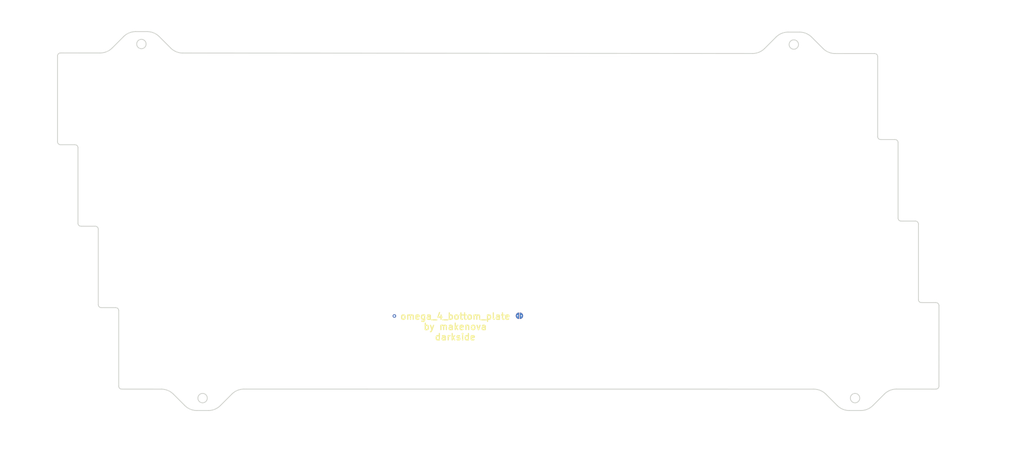
<source format=kicad_pcb>
(kicad_pcb (version 20171130) (host pcbnew "(5.1.4-0-10_14)")

  (general
    (thickness 1.6)
    (drawings 69)
    (tracks 1)
    (zones 0)
    (modules 1)
    (nets 4)
  )

  (page A4)
  (layers
    (0 F.Cu signal)
    (31 B.Cu signal)
    (32 B.Adhes user)
    (33 F.Adhes user)
    (34 B.Paste user)
    (35 F.Paste user)
    (36 B.SilkS user)
    (37 F.SilkS user)
    (38 B.Mask user)
    (39 F.Mask user)
    (40 Dwgs.User user)
    (41 Cmts.User user)
    (42 Eco1.User user)
    (43 Eco2.User user)
    (44 Edge.Cuts user)
    (45 Margin user)
    (46 B.CrtYd user)
    (47 F.CrtYd user)
    (48 B.Fab user)
    (49 F.Fab user)
  )

  (setup
    (last_trace_width 0.25)
    (trace_clearance 0.2)
    (zone_clearance 0.508)
    (zone_45_only no)
    (trace_min 0.2)
    (via_size 0.8)
    (via_drill 0.4)
    (via_min_size 0.4)
    (via_min_drill 0.3)
    (uvia_size 0.3)
    (uvia_drill 0.1)
    (uvias_allowed no)
    (uvia_min_size 0.2)
    (uvia_min_drill 0.1)
    (edge_width 0.1)
    (segment_width 0.2)
    (pcb_text_width 0.3)
    (pcb_text_size 1.5 1.5)
    (mod_edge_width 0.15)
    (mod_text_size 1 1)
    (mod_text_width 0.15)
    (pad_size 1.524 1.524)
    (pad_drill 0.762)
    (pad_to_mask_clearance 0)
    (aux_axis_origin 0 0)
    (visible_elements FFFFFF7F)
    (pcbplotparams
      (layerselection 0x010fc_ffffffff)
      (usegerberextensions false)
      (usegerberattributes false)
      (usegerberadvancedattributes false)
      (creategerberjobfile false)
      (excludeedgelayer true)
      (linewidth 0.100000)
      (plotframeref false)
      (viasonmask false)
      (mode 1)
      (useauxorigin false)
      (hpglpennumber 1)
      (hpglpenspeed 20)
      (hpglpendiameter 15.000000)
      (psnegative false)
      (psa4output false)
      (plotreference true)
      (plotvalue true)
      (plotinvisibletext false)
      (padsonsilk false)
      (subtractmaskfromsilk false)
      (outputformat 1)
      (mirror false)
      (drillshape 0)
      (scaleselection 1)
      (outputdirectory "gerber/omega4_skeleton_bottom_plate/"))
  )

  (net 0 "")
  (net 1 GND)
  (net 2 "Net-(JP1-Pad2)")
  (net 3 "Net-(JP1-Pad1)")

  (net_class Default "This is the default net class."
    (clearance 0.2)
    (trace_width 0.25)
    (via_dia 0.8)
    (via_drill 0.4)
    (uvia_dia 0.3)
    (uvia_drill 0.1)
    (add_net "Net-(JP1-Pad1)")
    (add_net "Net-(JP1-Pad2)")
  )

  (module Keebio-Parts:solder_jumper (layer F.Cu) (tedit 5699098E) (tstamp 5F3B0980)
    (at 154.725 112.875)
    (path /5F3AB51E)
    (solder_mask_margin 0.001)
    (solder_paste_margin -0.02)
    (clearance 0.001)
    (fp_text reference JP1 (at -0.508 1.016) (layer Cmts.User) hide
      (effects (font (size 0.3 0.3) (thickness 0.03)))
    )
    (fp_text value Jumper_NO_Small (at 0 -1.524) (layer F.SilkS) hide
      (effects (font (size 0.4 0.4) (thickness 0.04)))
    )
    (fp_poly (pts (xy 0.1 0.75) (xy 0.3565 0.7048) (xy 0.5821 0.5745) (xy 0.7495 0.375)
      (xy 0.8386 0.1302) (xy 0.8386 -0.1302) (xy 0.7495 -0.375) (xy 0.5821 -0.5745)
      (xy 0.3565 -0.7048) (xy 0.1 -0.75) (xy 0.1 0.75)) (layer B.Cu) (width 0.01))
    (fp_poly (pts (xy -0.1 -0.75) (xy -0.3565 -0.7048) (xy -0.5821 -0.5745) (xy -0.7495 -0.375)
      (xy -0.8386 -0.1302) (xy -0.8386 0.1302) (xy -0.7495 0.375) (xy -0.5821 0.5745)
      (xy -0.3565 0.7048) (xy -0.1 0.75) (xy -0.1 -0.75)) (layer B.Cu) (width 0.01))
    (fp_poly (pts (xy 0.1 0.75) (xy 0.3565 0.7048) (xy 0.5821 0.5745) (xy 0.7495 0.375)
      (xy 0.8386 0.1302) (xy 0.8386 -0.1302) (xy 0.7495 -0.375) (xy 0.5821 -0.5745)
      (xy 0.3565 -0.7048) (xy 0.1 -0.75) (xy 0.1 0.75)) (layer F.Cu) (width 0.01))
    (fp_poly (pts (xy -0.1 -0.75) (xy -0.3565 -0.7048) (xy -0.5821 -0.5745) (xy -0.7495 -0.375)
      (xy -0.8386 -0.1302) (xy -0.8386 0.1302) (xy -0.7495 0.375) (xy -0.5821 0.5745)
      (xy -0.3565 0.7048) (xy -0.1 0.75) (xy -0.1 -0.75)) (layer F.Cu) (width 0.01))
    (pad 2 thru_hole circle (at 0.45 0) (size 0.4 0.4) (drill 0.3) (layers *.Cu *.Mask)
      (net 2 "Net-(JP1-Pad2)"))
    (pad 1 thru_hole circle (at -0.45 0) (size 0.4 0.4) (drill 0.3) (layers *.Cu *.Mask)
      (net 3 "Net-(JP1-Pad1)"))
  )

  (gr_line (start 46.770313 72.197558) (end 46.770313 52.148082) (layer Edge.Cuts) (width 0.2))
  (gr_arc (start 47.470312 72.197558) (end 46.770313 72.197558) (angle -90) (layer Edge.Cuts) (width 0.2))
  (gr_line (start 50.845313 72.897559) (end 47.470312 72.897558) (layer Edge.Cuts) (width 0.2))
  (gr_arc (start 50.845313 73.597559) (end 51.545313 73.597559) (angle -90) (layer Edge.Cuts) (width 0.2))
  (gr_line (start 51.545313 91.247559) (end 51.545313 73.597559) (layer Edge.Cuts) (width 0.2))
  (gr_arc (start 52.245313 91.247558) (end 51.545313 91.247559) (angle -90) (layer Edge.Cuts) (width 0.2))
  (gr_line (start 55.595313 91.947559) (end 52.245313 91.947558) (layer Edge.Cuts) (width 0.2))
  (gr_arc (start 55.595313 92.647559) (end 56.295313 92.647558) (angle -90) (layer Edge.Cuts) (width 0.2))
  (gr_line (start 56.295313 110.272559) (end 56.295313 92.647558) (layer Edge.Cuts) (width 0.2))
  (gr_arc (start 56.995313 110.272559) (end 56.295313 110.272559) (angle -90) (layer Edge.Cuts) (width 0.2))
  (gr_line (start 60.370313 110.972559) (end 56.995313 110.972559) (layer Edge.Cuts) (width 0.2))
  (gr_arc (start 60.370313 111.672559) (end 61.070313 111.672559) (angle -90) (layer Edge.Cuts) (width 0.2))
  (gr_line (start 61.070313 129.317938) (end 61.070313 111.672559) (layer Edge.Cuts) (width 0.2))
  (gr_arc (start 61.770313 129.317938) (end 61.070313 129.317938) (angle -89.96894946) (layer Edge.Cuts) (width 0.2))
  (gr_line (start 71.024959 130.022953) (end 61.769933 130.017938) (layer Edge.Cuts) (width 0.2))
  (gr_arc (start 71.022792 134.022953) (end 73.851219 131.194526) (angle -44.96894946) (layer Edge.Cuts) (width 0.2))
  (gr_line (start 76.502677 133.845984) (end 73.851219 131.194526) (layer Edge.Cuts) (width 0.2))
  (gr_arc (start 79.331104 131.017557) (end 76.502677 133.845984) (angle -45) (layer Edge.Cuts) (width 0.2))
  (gr_line (start 82.017396 135.017557) (end 79.331104 135.017557) (layer Edge.Cuts) (width 0.2))
  (gr_arc (start 82.017396 131.017557) (end 82.017396 135.017557) (angle -45) (layer Edge.Cuts) (width 0.2))
  (gr_line (start 87.508831 131.182976) (end 84.845823 133.845984) (layer Edge.Cuts) (width 0.2))
  (gr_arc (start 90.337258 134.011403) (end 90.337627 130.011403) (angle -45.00528936) (layer Edge.Cuts) (width 0.2))
  (gr_line (start 248.670313 109.797558) (end 252.070249 109.797558) (layer Edge.Cuts) (width 0.2))
  (gr_arc (start 248.670313 109.097558) (end 247.970313 109.097558) (angle -90) (layer Edge.Cuts) (width 0.2))
  (gr_line (start 247.970313 91.447558) (end 247.970313 109.097558) (layer Edge.Cuts) (width 0.2))
  (gr_arc (start 247.270313 91.447558) (end 247.970313 91.447558) (angle -90) (layer Edge.Cuts) (width 0.2))
  (gr_line (start 243.920313 90.747558) (end 247.270313 90.747558) (layer Edge.Cuts) (width 0.2))
  (gr_arc (start 243.920313 90.047558) (end 243.220313 90.047558) (angle -90) (layer Edge.Cuts) (width 0.2))
  (gr_line (start 243.220313 72.397558) (end 243.220313 90.047558) (layer Edge.Cuts) (width 0.2))
  (gr_arc (start 242.520313 72.397559) (end 243.220313 72.397558) (angle -90) (layer Edge.Cuts) (width 0.2))
  (gr_line (start 239.145313 71.697558) (end 242.520313 71.697558) (layer Edge.Cuts) (width 0.2))
  (gr_arc (start 239.145312 70.997558) (end 238.445313 70.997558) (angle -90) (layer Edge.Cuts) (width 0.2))
  (gr_line (start 238.445312 52.297037) (end 238.445313 70.997558) (layer Edge.Cuts) (width 0.2))
  (gr_arc (start 237.745312 52.297037) (end 238.445312 52.297037) (angle -89.95721519) (layer Edge.Cuts) (width 0.2))
  (gr_line (start 228.510667 51.590141) (end 237.745835 51.597037) (layer Edge.Cuts) (width 0.2))
  (gr_arc (start 228.513654 47.590142) (end 225.685227 50.418569) (angle -44.95721519) (layer Edge.Cuts) (width 0.2))
  (gr_line (start 223.020829 47.754171) (end 225.685227 50.418569) (layer Edge.Cuts) (width 0.2))
  (gr_arc (start 220.192402 50.582598) (end 223.020829 47.754171) (angle -45) (layer Edge.Cuts) (width 0.2))
  (gr_line (start 217.50611 46.582598) (end 220.192402 46.582598) (layer Edge.Cuts) (width 0.2))
  (gr_arc (start 47.470312 52.148082) (end 47.470835 51.448083) (angle -90.04278893) (layer Edge.Cuts) (width 0.2))
  (gr_circle (center 66.37196 49.362523) (end 67.47196 49.362523) (layer Edge.Cuts) (width 0.2))
  (gr_circle (center 218.846972 49.482598) (end 219.946972 49.482598) (layer Edge.Cuts) (width 0.2))
  (gr_circle (center 233.159467 132.117558) (end 234.259467 132.117558) (layer Edge.Cuts) (width 0.2))
  (gr_arc (start 252.058259 129.317537) (end 252.057855 130.017537) (angle -89.99657424) (layer Edge.Cuts) (width 0.2))
  (gr_line (start 252.770249 110.498004) (end 252.758259 129.317983) (layer Edge.Cuts) (width 0.2))
  (gr_arc (start 252.070249 110.497558) (end 252.770249 110.498004) (angle -90.0365005) (layer Edge.Cuts) (width 0.2))
  (gr_line (start 223.511407 130.023698) (end 90.337627 130.011403) (layer Edge.Cuts) (width 0.2))
  (gr_arc (start 223.511037 134.023698) (end 226.339464 131.19527) (angle -44.99471064) (layer Edge.Cuts) (width 0.2))
  (gr_line (start 228.990178 133.845984) (end 226.339464 131.19527) (layer Edge.Cuts) (width 0.2))
  (gr_arc (start 231.818605 131.017557) (end 228.990178 133.845984) (angle -45) (layer Edge.Cuts) (width 0.2))
  (gr_line (start 234.504897 135.017557) (end 231.818605 135.017557) (layer Edge.Cuts) (width 0.2))
  (gr_arc (start 234.504897 131.017557) (end 234.504897 135.017557) (angle -45) (layer Edge.Cuts) (width 0.2))
  (gr_line (start 239.995528 131.18378) (end 237.333324 133.845984) (layer Edge.Cuts) (width 0.2))
  (gr_arc (start 242.823955 134.012207) (end 242.826264 130.012208) (angle -45.03307474) (layer Edge.Cuts) (width 0.2))
  (gr_line (start 252.057855 130.017537) (end 242.826264 130.012208) (layer Edge.Cuts) (width 0.2))
  (gr_circle (center 80.671966 132.117558) (end 81.771966 132.117558) (layer Edge.Cuts) (width 0.2))
  (gr_arc (start 67.71739 50.462524) (end 70.545817 47.634097) (angle -45) (layer Edge.Cuts) (width 0.2))
  (gr_line (start 65.031098 46.462524) (end 67.71739 46.462524) (layer Edge.Cuts) (width 0.2))
  (gr_arc (start 65.031098 50.462524) (end 65.031098 46.462524) (angle -45) (layer Edge.Cuts) (width 0.2))
  (gr_line (start 59.553348 50.28342) (end 62.202671 47.634097) (layer Edge.Cuts) (width 0.2))
  (gr_arc (start 56.724921 47.454993) (end 56.721934 51.454991) (angle -45.04278893) (layer Edge.Cuts) (width 0.2))
  (gr_line (start 47.470835 51.448083) (end 56.721934 51.454991) (layer Edge.Cuts) (width 0.2))
  (gr_line (start 76.035559 51.470134) (end 209.19685 51.574999) (layer Edge.Cuts) (width 0.2))
  (gr_arc (start 76.03871 47.470135) (end 73.210282 50.298562) (angle -44.9548793) (layer Edge.Cuts) (width 0.2))
  (gr_line (start 70.545817 47.634097) (end 73.210282 50.298562) (layer Edge.Cuts) (width 0.2))
  (gr_arc (start 217.50611 50.582598) (end 217.50611 46.582598) (angle -45) (layer Edge.Cuts) (width 0.2))
  (gr_line (start 212.028427 50.403427) (end 214.677683 47.754171) (layer Edge.Cuts) (width 0.2))
  (gr_arc (start 209.2 47.575) (end 209.19685 51.574999) (angle -45.0451207) (layer Edge.Cuts) (width 0.2))
  (gr_text "omega_4_bottom_plate\nby makenova\ndarkside" (at 139.725 115.425) (layer F.SilkS)
    (effects (font (size 1.5 1.5) (thickness 0.3)))
  )

  (via (at 125.5 112.925) (size 0.8) (drill 0.4) (layers F.Cu B.Cu) (net 0))

  (zone (net 1) (net_name GND) (layer B.Cu) (tstamp 5F38E5C4) (hatch edge 0.508)
    (connect_pads (clearance 0.508))
    (min_thickness 0.254)
    (fill yes (arc_segments 32) (thermal_gap 0.508) (thermal_bridge_width 0.508))
    (polygon
      (pts
        (xy 38.175 44.75) (xy 266.05 44.95) (xy 266.2 138.075) (xy 38.125 138.2)
      )
    )
  )
  (zone (net 1) (net_name GND) (layer F.Cu) (tstamp 5F38E5C1) (hatch edge 0.508)
    (connect_pads (clearance 0.508))
    (min_thickness 0.254)
    (fill yes (arc_segments 32) (thermal_gap 0.508) (thermal_bridge_width 0.508))
    (polygon
      (pts
        (xy 33.625 39.075) (xy 272.65 39.075) (xy 272.65 144.9) (xy 33.325 144.975)
      )
    )
  )
)

</source>
